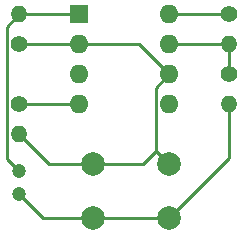
<source format=gtl>
%TF.GenerationSoftware,KiCad,Pcbnew,7.0.10*%
%TF.CreationDate,2024-01-13T00:40:46-05:00*%
%TF.ProjectId,555_toggle-switch,3535355f-746f-4676-976c-652d73776974,rev?*%
%TF.SameCoordinates,Original*%
%TF.FileFunction,Copper,L1,Top*%
%TF.FilePolarity,Positive*%
%FSLAX46Y46*%
G04 Gerber Fmt 4.6, Leading zero omitted, Abs format (unit mm)*
G04 Created by KiCad (PCBNEW 7.0.10) date 2024-01-13 00:40:46*
%MOMM*%
%LPD*%
G01*
G04 APERTURE LIST*
%TA.AperFunction,ComponentPad*%
%ADD10R,1.600000X1.600000*%
%TD*%
%TA.AperFunction,ComponentPad*%
%ADD11O,1.600000X1.600000*%
%TD*%
%TA.AperFunction,ComponentPad*%
%ADD12C,1.400000*%
%TD*%
%TA.AperFunction,ComponentPad*%
%ADD13O,1.400000X1.400000*%
%TD*%
%TA.AperFunction,ComponentPad*%
%ADD14C,1.200000*%
%TD*%
%TA.AperFunction,ComponentPad*%
%ADD15C,2.000000*%
%TD*%
%TA.AperFunction,Conductor*%
%ADD16C,0.250000*%
%TD*%
G04 APERTURE END LIST*
D10*
%TO.P,U1,1,GND*%
%TO.N,GND*%
X121920000Y-93980000D03*
D11*
%TO.P,U1,2,TR*%
%TO.N,Net-(U1-THR)*%
X121920000Y-96520000D03*
%TO.P,U1,3,Q*%
%TO.N,unconnected-(U1-Q-Pad3)*%
X121920000Y-99060000D03*
%TO.P,U1,4,R*%
%TO.N,Net-(U1-R)*%
X121920000Y-101600000D03*
%TO.P,U1,5,CV*%
%TO.N,unconnected-(U1-CV-Pad5)*%
X129540000Y-101600000D03*
%TO.P,U1,6,THR*%
%TO.N,Net-(U1-THR)*%
X129540000Y-99060000D03*
%TO.P,U1,7,DIS*%
%TO.N,Net-(U1-DIS)*%
X129540000Y-96520000D03*
%TO.P,U1,8,VCC*%
%TO.N,+3V3*%
X129540000Y-93980000D03*
%TD*%
D12*
%TO.P,R4,1*%
%TO.N,Net-(U1-DIS)*%
X134620000Y-99060000D03*
D13*
%TO.P,R4,2*%
%TO.N,Net-(C2-Pad1)*%
X134620000Y-101600000D03*
%TD*%
D12*
%TO.P,R1,1*%
%TO.N,Net-(U1-THR)*%
X116840000Y-96520000D03*
D13*
%TO.P,R1,2*%
%TO.N,GND*%
X116840000Y-93980000D03*
%TD*%
D14*
%TO.P,C2,1*%
%TO.N,Net-(C2-Pad1)*%
X116840000Y-109220000D03*
%TO.P,C2,2*%
%TO.N,GND*%
X116840000Y-107220000D03*
%TD*%
D12*
%TO.P,R2,1*%
%TO.N,+3V3*%
X134620000Y-93980000D03*
D13*
%TO.P,R2,2*%
%TO.N,Net-(U1-DIS)*%
X134620000Y-96520000D03*
%TD*%
D12*
%TO.P,R3,1*%
%TO.N,Net-(U1-R)*%
X116840000Y-101600000D03*
D13*
%TO.P,R3,2*%
%TO.N,Net-(U1-THR)*%
X116840000Y-104140000D03*
%TD*%
D15*
%TO.P,SW1,1,1*%
%TO.N,Net-(U1-THR)*%
X123040000Y-106680000D03*
X129540000Y-106680000D03*
%TO.P,SW1,2,2*%
%TO.N,Net-(C2-Pad1)*%
X123040000Y-111180000D03*
X129540000Y-111180000D03*
%TD*%
D16*
%TO.N,Net-(C2-Pad1)*%
X134620000Y-106100000D02*
X134620000Y-101600000D01*
X118800000Y-111180000D02*
X116840000Y-109220000D01*
X123040000Y-111180000D02*
X129540000Y-111180000D01*
X129540000Y-111180000D02*
X134620000Y-106100000D01*
X123040000Y-111180000D02*
X118800000Y-111180000D01*
%TO.N,GND*%
X115815000Y-95005000D02*
X115815000Y-106195000D01*
X115815000Y-106195000D02*
X116840000Y-107220000D01*
X116840000Y-93980000D02*
X115815000Y-95005000D01*
X116840000Y-93980000D02*
X121920000Y-93980000D01*
%TO.N,Net-(U1-THR)*%
X128415000Y-105555000D02*
X128415000Y-100185000D01*
X128415000Y-100185000D02*
X129540000Y-99060000D01*
X129540000Y-106680000D02*
X128415000Y-105555000D01*
X123040000Y-106680000D02*
X119380000Y-106680000D01*
X127290000Y-106680000D02*
X128415000Y-105555000D01*
X127000000Y-96520000D02*
X129540000Y-99060000D01*
X123040000Y-106680000D02*
X127290000Y-106680000D01*
X119380000Y-106680000D02*
X116840000Y-104140000D01*
X121920000Y-96520000D02*
X127000000Y-96520000D01*
X116840000Y-96520000D02*
X121920000Y-96520000D01*
%TO.N,+3V3*%
X129540000Y-93980000D02*
X134620000Y-93980000D01*
%TO.N,Net-(U1-DIS)*%
X134620000Y-96520000D02*
X134620000Y-99060000D01*
X129540000Y-96520000D02*
X134620000Y-96520000D01*
%TO.N,Net-(U1-R)*%
X121920000Y-101600000D02*
X116840000Y-101600000D01*
%TD*%
M02*

</source>
